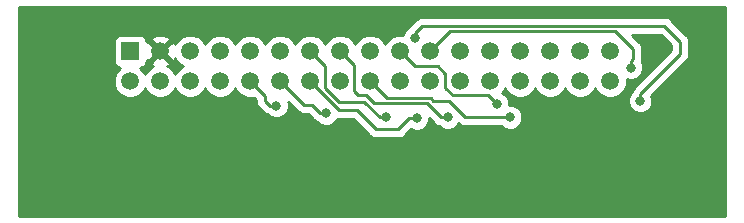
<source format=gbl>
G04 #@! TF.GenerationSoftware,KiCad,Pcbnew,5.0.2+dfsg1-1*
G04 #@! TF.CreationDate,2020-10-11T22:03:41+02:00*
G04 #@! TF.ProjectId,KBD_ADAPTER_XE,4b42445f-4144-4415-9054-45525f58452e,1.0*
G04 #@! TF.SameCoordinates,Original*
G04 #@! TF.FileFunction,Copper,L2,Bot*
G04 #@! TF.FilePolarity,Positive*
%FSLAX46Y46*%
G04 Gerber Fmt 4.6, Leading zero omitted, Abs format (unit mm)*
G04 Created by KiCad (PCBNEW 5.0.2+dfsg1-1) date Sun 11 Oct 2020 10:03:41 PM CEST*
%MOMM*%
%LPD*%
G01*
G04 APERTURE LIST*
G04 #@! TA.AperFunction,ComponentPad*
%ADD10R,1.520000X1.520000*%
G04 #@! TD*
G04 #@! TA.AperFunction,ComponentPad*
%ADD11C,1.520000*%
G04 #@! TD*
G04 #@! TA.AperFunction,ViaPad*
%ADD12C,0.800000*%
G04 #@! TD*
G04 #@! TA.AperFunction,Conductor*
%ADD13C,0.250000*%
G04 #@! TD*
G04 #@! TA.AperFunction,Conductor*
%ADD14C,0.254000*%
G04 #@! TD*
G04 APERTURE END LIST*
D10*
G04 #@! TO.P,J2,1*
G04 #@! TO.N,VCC*
X123524000Y-97912000D03*
D11*
G04 #@! TO.P,J2,2*
G04 #@! TO.N,J_LED*
X123524000Y-100452000D03*
G04 #@! TO.P,J2,3*
G04 #@! TO.N,GND*
X126064000Y-97912000D03*
G04 #@! TO.P,J2,4*
G04 #@! TO.N,IN_6*
X126064000Y-100452000D03*
G04 #@! TO.P,J2,5*
G04 #@! TO.N,OUT_3*
X128604000Y-97912000D03*
G04 #@! TO.P,J2,6*
G04 #@! TO.N,OUT_5*
X128604000Y-100452000D03*
G04 #@! TO.P,J2,7*
G04 #@! TO.N,OUT_7*
X131144000Y-97912000D03*
G04 #@! TO.P,J2,8*
G04 #@! TO.N,IN_2*
X131144000Y-100452000D03*
G04 #@! TO.P,J2,9*
G04 #@! TO.N,IN_7*
X133684000Y-97912000D03*
G04 #@! TO.P,J2,10*
G04 #@! TO.N,IN_5*
X133684000Y-100452000D03*
G04 #@! TO.P,J2,11*
G04 #@! TO.N,IN_1*
X136224000Y-97912000D03*
G04 #@! TO.P,J2,12*
G04 #@! TO.N,OUT_6*
X136224000Y-100452000D03*
G04 #@! TO.P,J2,13*
G04 #@! TO.N,OUT_1*
X138764000Y-97912000D03*
G04 #@! TO.P,J2,14*
G04 #@! TO.N,OUT_4*
X138764000Y-100452000D03*
G04 #@! TO.P,J2,15*
G04 #@! TO.N,OUT_2*
X141304000Y-97912000D03*
G04 #@! TO.P,J2,16*
G04 #@! TO.N,IN_3*
X141304000Y-100452000D03*
G04 #@! TO.P,J2,17*
G04 #@! TO.N,IN_0*
X143844000Y-97912000D03*
G04 #@! TO.P,J2,18*
G04 #@! TO.N,OUT_0*
X143844000Y-100452000D03*
G04 #@! TO.P,J2,19*
G04 #@! TO.N,IN_4*
X146384000Y-97912000D03*
G04 #@! TO.P,J2,20*
G04 #@! TO.N,RSC*
X146384000Y-100452000D03*
G04 #@! TO.P,J2,21*
G04 #@! TO.N,START*
X148924000Y-97912000D03*
G04 #@! TO.P,J2,22*
G04 #@! TO.N,SELECT*
X148924000Y-100452000D03*
G04 #@! TO.P,J2,23*
G04 #@! TO.N,OPTION*
X151464000Y-97912000D03*
G04 #@! TO.P,J2,24*
G04 #@! TO.N,RESET*
X151464000Y-100452000D03*
G04 #@! TO.P,J2,25*
G04 #@! TO.N,Net-(J2-Pad25)*
X154004000Y-97912000D03*
G04 #@! TO.P,J2,26*
G04 #@! TO.N,Net-(J2-Pad26)*
X154004000Y-100452000D03*
G04 #@! TO.P,J2,27*
G04 #@! TO.N,Net-(J2-Pad27)*
X156544000Y-97912000D03*
G04 #@! TO.P,J2,28*
G04 #@! TO.N,Net-(J2-Pad28)*
X156544000Y-100452000D03*
G04 #@! TO.P,J2,29*
G04 #@! TO.N,Net-(J2-Pad29)*
X159084000Y-97912000D03*
G04 #@! TO.P,J2,30*
G04 #@! TO.N,Net-(J2-Pad30)*
X159084000Y-100452000D03*
G04 #@! TO.P,J2,31*
G04 #@! TO.N,Net-(J2-Pad31)*
X161624000Y-97912000D03*
G04 #@! TO.P,J2,32*
G04 #@! TO.N,Net-(J2-Pad32)*
X161624000Y-100452000D03*
G04 #@! TO.P,J2,33*
G04 #@! TO.N,Net-(J2-Pad33)*
X164164000Y-97912000D03*
G04 #@! TO.P,J2,34*
G04 #@! TO.N,Net-(J2-Pad34)*
X164164000Y-100452000D03*
G04 #@! TD*
D12*
G04 #@! TO.N,IN_5*
X135900000Y-102514999D03*
G04 #@! TO.N,OUT_6*
X140125153Y-103174847D03*
G04 #@! TO.N,OUT_1*
X145200000Y-103500000D03*
G04 #@! TO.N,OUT_4*
X147800000Y-103600000D03*
G04 #@! TO.N,OUT_2*
X150400000Y-103500000D03*
G04 #@! TO.N,OUT_0*
X155700000Y-103500000D03*
G04 #@! TO.N,IN_4*
X154600000Y-102400000D03*
G04 #@! TO.N,START*
X165900000Y-99300000D03*
G04 #@! TO.N,SELECT*
X166700000Y-102100000D03*
X147600000Y-96800000D03*
G04 #@! TD*
D13*
G04 #@! TO.N,IN_5*
X135334315Y-102514999D02*
X134919316Y-102100000D01*
X135900000Y-102514999D02*
X135334315Y-102514999D01*
X134919316Y-101687316D02*
X133684000Y-100452000D01*
X134919316Y-102100000D02*
X134919316Y-101687316D01*
G04 #@! TO.N,OUT_6*
X139559468Y-103174847D02*
X138884621Y-102500000D01*
X140125153Y-103174847D02*
X139559468Y-103174847D01*
X138272000Y-102500000D02*
X136224000Y-100452000D01*
X138884621Y-102500000D02*
X138272000Y-102500000D01*
G04 #@! TO.N,OUT_1*
X144634315Y-103500000D02*
X143334315Y-102200000D01*
X145200000Y-103500000D02*
X144634315Y-103500000D01*
X143334315Y-102200000D02*
X141200000Y-102200000D01*
X141200000Y-102200000D02*
X140000000Y-101000000D01*
X140000000Y-99148000D02*
X138764000Y-97912000D01*
X140000000Y-101000000D02*
X140000000Y-99148000D01*
G04 #@! TO.N,OUT_4*
X147800000Y-103600000D02*
X147100000Y-103600000D01*
X147100000Y-103600000D02*
X146200000Y-104500000D01*
X146200000Y-104500000D02*
X144300000Y-104500000D01*
X144300000Y-104500000D02*
X142700000Y-102900000D01*
X141212000Y-102900000D02*
X138764000Y-100452000D01*
X142700000Y-102900000D02*
X141212000Y-102900000D01*
G04 #@! TO.N,OUT_2*
X149834315Y-103500000D02*
X148634315Y-102300000D01*
X150400000Y-103500000D02*
X149834315Y-103500000D01*
X148634315Y-102300000D02*
X144200000Y-102300000D01*
X144200000Y-102300000D02*
X143500000Y-101600000D01*
X143500000Y-101600000D02*
X142800000Y-101600000D01*
X142800000Y-101600000D02*
X142500000Y-101300000D01*
X142500000Y-99108000D02*
X141304000Y-97912000D01*
X142500000Y-101300000D02*
X142500000Y-99108000D01*
G04 #@! TO.N,OUT_0*
X155700000Y-103500000D02*
X151900000Y-103500000D01*
X151900000Y-103500000D02*
X150500000Y-102100000D01*
X150500000Y-102100000D02*
X149200000Y-102100000D01*
X144603999Y-101211999D02*
X143844000Y-100452000D01*
X145241990Y-101849990D02*
X144603999Y-101211999D01*
X148949990Y-101849990D02*
X145241990Y-101849990D01*
X149200000Y-102100000D02*
X148949990Y-101849990D01*
G04 #@! TO.N,IN_4*
X153849991Y-101649991D02*
X150849991Y-101649991D01*
X154600000Y-102400000D02*
X153849991Y-101649991D01*
X150849991Y-101649991D02*
X150200000Y-101000000D01*
X150200000Y-101000000D02*
X150200000Y-99800000D01*
X150200000Y-99800000D02*
X149600000Y-99200000D01*
X147672000Y-99200000D02*
X146384000Y-97912000D01*
X149600000Y-99200000D02*
X147672000Y-99200000D01*
G04 #@! TO.N,START*
X165900000Y-98734315D02*
X166100000Y-98534315D01*
X165900000Y-99300000D02*
X165900000Y-98734315D01*
X166100000Y-98534315D02*
X166100000Y-97700000D01*
X166100000Y-97700000D02*
X164600000Y-96200000D01*
X150636000Y-96200000D02*
X148924000Y-97912000D01*
X164600000Y-96200000D02*
X150636000Y-96200000D01*
G04 #@! TO.N,SELECT*
X166700000Y-101534315D02*
X170100000Y-98134315D01*
X166700000Y-102100000D02*
X166700000Y-101534315D01*
X170100000Y-98134315D02*
X170100000Y-97100000D01*
X168749990Y-95749990D02*
X148249990Y-95749990D01*
X170100000Y-97100000D02*
X168749990Y-95749990D01*
X148249990Y-95749990D02*
X147600000Y-96399980D01*
X147600000Y-96399980D02*
X147600000Y-96800000D01*
G04 #@! TD*
D14*
G04 #@! TO.N,GND*
G36*
X173873000Y-111873000D02*
X114127000Y-111873000D01*
X114127000Y-97152000D01*
X122116560Y-97152000D01*
X122116560Y-98672000D01*
X122165843Y-98919765D01*
X122306191Y-99129809D01*
X122516235Y-99270157D01*
X122697049Y-99306123D01*
X122341376Y-99661796D01*
X122129000Y-100174517D01*
X122129000Y-100729483D01*
X122341376Y-101242204D01*
X122733796Y-101634624D01*
X123246517Y-101847000D01*
X123801483Y-101847000D01*
X124314204Y-101634624D01*
X124706624Y-101242204D01*
X124794000Y-101031260D01*
X124881376Y-101242204D01*
X125273796Y-101634624D01*
X125786517Y-101847000D01*
X126341483Y-101847000D01*
X126854204Y-101634624D01*
X127246624Y-101242204D01*
X127334000Y-101031260D01*
X127421376Y-101242204D01*
X127813796Y-101634624D01*
X128326517Y-101847000D01*
X128881483Y-101847000D01*
X129394204Y-101634624D01*
X129786624Y-101242204D01*
X129874000Y-101031260D01*
X129961376Y-101242204D01*
X130353796Y-101634624D01*
X130866517Y-101847000D01*
X131421483Y-101847000D01*
X131934204Y-101634624D01*
X132326624Y-101242204D01*
X132414000Y-101031260D01*
X132501376Y-101242204D01*
X132893796Y-101634624D01*
X133406517Y-101847000D01*
X133961483Y-101847000D01*
X133991687Y-101834489D01*
X134159316Y-102002118D01*
X134159316Y-102025153D01*
X134144428Y-102100000D01*
X134159316Y-102174847D01*
X134159316Y-102174851D01*
X134203412Y-102396536D01*
X134371387Y-102647929D01*
X134434846Y-102690331D01*
X134743984Y-102999469D01*
X134786386Y-103062928D01*
X135037778Y-103230903D01*
X135180603Y-103259313D01*
X135313720Y-103392430D01*
X135694126Y-103549999D01*
X136105874Y-103549999D01*
X136486280Y-103392430D01*
X136777431Y-103101279D01*
X136935000Y-102720873D01*
X136935000Y-102309125D01*
X136884567Y-102187369D01*
X137681673Y-102984476D01*
X137724071Y-103047929D01*
X137787524Y-103090327D01*
X137787526Y-103090329D01*
X137912902Y-103174102D01*
X137975463Y-103215904D01*
X138197148Y-103260000D01*
X138197152Y-103260000D01*
X138271999Y-103274888D01*
X138346846Y-103260000D01*
X138569820Y-103260000D01*
X138969139Y-103659320D01*
X139011539Y-103722776D01*
X139074995Y-103765176D01*
X139262930Y-103890751D01*
X139292019Y-103896537D01*
X139405756Y-103919161D01*
X139538873Y-104052278D01*
X139919279Y-104209847D01*
X140331027Y-104209847D01*
X140711433Y-104052278D01*
X141002584Y-103761127D01*
X141051527Y-103642969D01*
X141137148Y-103660000D01*
X141137152Y-103660000D01*
X141212000Y-103674888D01*
X141286848Y-103660000D01*
X142385199Y-103660000D01*
X143709671Y-104984473D01*
X143752071Y-105047929D01*
X143815527Y-105090329D01*
X144003462Y-105215904D01*
X144051605Y-105225480D01*
X144225148Y-105260000D01*
X144225152Y-105260000D01*
X144300000Y-105274888D01*
X144374848Y-105260000D01*
X146125153Y-105260000D01*
X146200000Y-105274888D01*
X146274847Y-105260000D01*
X146274852Y-105260000D01*
X146496537Y-105215904D01*
X146747929Y-105047929D01*
X146790331Y-104984470D01*
X147272870Y-104501932D01*
X147594126Y-104635000D01*
X148005874Y-104635000D01*
X148386280Y-104477431D01*
X148677431Y-104186280D01*
X148835000Y-103805874D01*
X148835000Y-103575487D01*
X149243986Y-103984473D01*
X149286386Y-104047929D01*
X149537778Y-104215904D01*
X149680603Y-104244314D01*
X149813720Y-104377431D01*
X150194126Y-104535000D01*
X150605874Y-104535000D01*
X150986280Y-104377431D01*
X151277431Y-104086280D01*
X151315801Y-103993647D01*
X151352071Y-104047929D01*
X151603463Y-104215904D01*
X151825148Y-104260000D01*
X151825153Y-104260000D01*
X151900000Y-104274888D01*
X151974847Y-104260000D01*
X154996289Y-104260000D01*
X155113720Y-104377431D01*
X155494126Y-104535000D01*
X155905874Y-104535000D01*
X156286280Y-104377431D01*
X156577431Y-104086280D01*
X156735000Y-103705874D01*
X156735000Y-103294126D01*
X156577431Y-102913720D01*
X156286280Y-102622569D01*
X155905874Y-102465000D01*
X155635000Y-102465000D01*
X155635000Y-102194126D01*
X155477431Y-101813720D01*
X155186280Y-101522569D01*
X154988275Y-101440553D01*
X155186624Y-101242204D01*
X155274000Y-101031260D01*
X155361376Y-101242204D01*
X155753796Y-101634624D01*
X156266517Y-101847000D01*
X156821483Y-101847000D01*
X157334204Y-101634624D01*
X157726624Y-101242204D01*
X157814000Y-101031260D01*
X157901376Y-101242204D01*
X158293796Y-101634624D01*
X158806517Y-101847000D01*
X159361483Y-101847000D01*
X159874204Y-101634624D01*
X160266624Y-101242204D01*
X160354000Y-101031260D01*
X160441376Y-101242204D01*
X160833796Y-101634624D01*
X161346517Y-101847000D01*
X161901483Y-101847000D01*
X162414204Y-101634624D01*
X162806624Y-101242204D01*
X162894000Y-101031260D01*
X162981376Y-101242204D01*
X163373796Y-101634624D01*
X163886517Y-101847000D01*
X164441483Y-101847000D01*
X164954204Y-101634624D01*
X165346624Y-101242204D01*
X165559000Y-100729483D01*
X165559000Y-100279029D01*
X165694126Y-100335000D01*
X166105874Y-100335000D01*
X166486280Y-100177431D01*
X166777431Y-99886280D01*
X166935000Y-99505874D01*
X166935000Y-99094126D01*
X166819163Y-98814469D01*
X166860000Y-98609167D01*
X166860000Y-98609163D01*
X166874888Y-98534315D01*
X166860000Y-98459467D01*
X166860000Y-97774846D01*
X166874888Y-97699999D01*
X166860000Y-97625152D01*
X166860000Y-97625148D01*
X166815904Y-97403463D01*
X166761252Y-97321671D01*
X166690329Y-97215526D01*
X166690327Y-97215524D01*
X166647929Y-97152071D01*
X166584476Y-97109673D01*
X165984792Y-96509990D01*
X168435189Y-96509990D01*
X169340001Y-97414803D01*
X169340000Y-97819513D01*
X166215528Y-100943986D01*
X166152072Y-100986386D01*
X165984096Y-101237778D01*
X165955686Y-101380603D01*
X165822569Y-101513720D01*
X165665000Y-101894126D01*
X165665000Y-102305874D01*
X165822569Y-102686280D01*
X166113720Y-102977431D01*
X166494126Y-103135000D01*
X166905874Y-103135000D01*
X167286280Y-102977431D01*
X167577431Y-102686280D01*
X167735000Y-102305874D01*
X167735000Y-101894126D01*
X167641271Y-101667845D01*
X170584473Y-98724644D01*
X170647929Y-98682244D01*
X170815904Y-98430852D01*
X170860000Y-98209167D01*
X170860000Y-98209163D01*
X170874888Y-98134316D01*
X170860000Y-98059469D01*
X170860000Y-97174846D01*
X170874888Y-97099999D01*
X170860000Y-97025152D01*
X170860000Y-97025148D01*
X170815904Y-96803463D01*
X170740931Y-96691258D01*
X170690329Y-96615526D01*
X170690327Y-96615524D01*
X170647929Y-96552071D01*
X170584476Y-96509673D01*
X169340321Y-95265520D01*
X169297919Y-95202061D01*
X169046527Y-95034086D01*
X168824842Y-94989990D01*
X168824837Y-94989990D01*
X168749990Y-94975102D01*
X168675143Y-94989990D01*
X148324838Y-94989990D01*
X148249990Y-94975102D01*
X148175142Y-94989990D01*
X148175138Y-94989990D01*
X148001595Y-95024510D01*
X147953452Y-95034086D01*
X147766408Y-95159066D01*
X147702061Y-95202061D01*
X147659661Y-95265517D01*
X147115530Y-95809649D01*
X147052071Y-95852051D01*
X146987298Y-95948991D01*
X146722569Y-96213720D01*
X146596947Y-96517000D01*
X146106517Y-96517000D01*
X145593796Y-96729376D01*
X145201376Y-97121796D01*
X145114000Y-97332740D01*
X145026624Y-97121796D01*
X144634204Y-96729376D01*
X144121483Y-96517000D01*
X143566517Y-96517000D01*
X143053796Y-96729376D01*
X142661376Y-97121796D01*
X142574000Y-97332740D01*
X142486624Y-97121796D01*
X142094204Y-96729376D01*
X141581483Y-96517000D01*
X141026517Y-96517000D01*
X140513796Y-96729376D01*
X140121376Y-97121796D01*
X140034000Y-97332740D01*
X139946624Y-97121796D01*
X139554204Y-96729376D01*
X139041483Y-96517000D01*
X138486517Y-96517000D01*
X137973796Y-96729376D01*
X137581376Y-97121796D01*
X137494000Y-97332740D01*
X137406624Y-97121796D01*
X137014204Y-96729376D01*
X136501483Y-96517000D01*
X135946517Y-96517000D01*
X135433796Y-96729376D01*
X135041376Y-97121796D01*
X134954000Y-97332740D01*
X134866624Y-97121796D01*
X134474204Y-96729376D01*
X133961483Y-96517000D01*
X133406517Y-96517000D01*
X132893796Y-96729376D01*
X132501376Y-97121796D01*
X132414000Y-97332740D01*
X132326624Y-97121796D01*
X131934204Y-96729376D01*
X131421483Y-96517000D01*
X130866517Y-96517000D01*
X130353796Y-96729376D01*
X129961376Y-97121796D01*
X129874000Y-97332740D01*
X129786624Y-97121796D01*
X129394204Y-96729376D01*
X128881483Y-96517000D01*
X128326517Y-96517000D01*
X127813796Y-96729376D01*
X127421376Y-97121796D01*
X127340578Y-97316859D01*
X127284742Y-97182059D01*
X127042764Y-97112841D01*
X126243605Y-97912000D01*
X127042764Y-98711159D01*
X127284742Y-98641941D01*
X127336406Y-98497069D01*
X127421376Y-98702204D01*
X127813796Y-99094624D01*
X128024740Y-99182000D01*
X127813796Y-99269376D01*
X127421376Y-99661796D01*
X127334000Y-99872740D01*
X127246624Y-99661796D01*
X126854204Y-99269376D01*
X126659141Y-99188578D01*
X126793941Y-99132742D01*
X126863159Y-98890764D01*
X126064000Y-98091605D01*
X125264841Y-98890764D01*
X125334059Y-99132742D01*
X125478931Y-99184406D01*
X125273796Y-99269376D01*
X124881376Y-99661796D01*
X124794000Y-99872740D01*
X124706624Y-99661796D01*
X124350951Y-99306123D01*
X124531765Y-99270157D01*
X124741809Y-99129809D01*
X124882157Y-98919765D01*
X124931440Y-98672000D01*
X124931440Y-98667166D01*
X125085236Y-98711159D01*
X125884395Y-97912000D01*
X125085236Y-97112841D01*
X124931440Y-97156834D01*
X124931440Y-97152000D01*
X124887926Y-96933236D01*
X125264841Y-96933236D01*
X126064000Y-97732395D01*
X126863159Y-96933236D01*
X126793941Y-96691258D01*
X126271220Y-96504845D01*
X125716951Y-96532659D01*
X125334059Y-96691258D01*
X125264841Y-96933236D01*
X124887926Y-96933236D01*
X124882157Y-96904235D01*
X124741809Y-96694191D01*
X124531765Y-96553843D01*
X124284000Y-96504560D01*
X122764000Y-96504560D01*
X122516235Y-96553843D01*
X122306191Y-96694191D01*
X122165843Y-96904235D01*
X122116560Y-97152000D01*
X114127000Y-97152000D01*
X114127000Y-94127000D01*
X173873000Y-94127000D01*
X173873000Y-111873000D01*
X173873000Y-111873000D01*
G37*
X173873000Y-111873000D02*
X114127000Y-111873000D01*
X114127000Y-97152000D01*
X122116560Y-97152000D01*
X122116560Y-98672000D01*
X122165843Y-98919765D01*
X122306191Y-99129809D01*
X122516235Y-99270157D01*
X122697049Y-99306123D01*
X122341376Y-99661796D01*
X122129000Y-100174517D01*
X122129000Y-100729483D01*
X122341376Y-101242204D01*
X122733796Y-101634624D01*
X123246517Y-101847000D01*
X123801483Y-101847000D01*
X124314204Y-101634624D01*
X124706624Y-101242204D01*
X124794000Y-101031260D01*
X124881376Y-101242204D01*
X125273796Y-101634624D01*
X125786517Y-101847000D01*
X126341483Y-101847000D01*
X126854204Y-101634624D01*
X127246624Y-101242204D01*
X127334000Y-101031260D01*
X127421376Y-101242204D01*
X127813796Y-101634624D01*
X128326517Y-101847000D01*
X128881483Y-101847000D01*
X129394204Y-101634624D01*
X129786624Y-101242204D01*
X129874000Y-101031260D01*
X129961376Y-101242204D01*
X130353796Y-101634624D01*
X130866517Y-101847000D01*
X131421483Y-101847000D01*
X131934204Y-101634624D01*
X132326624Y-101242204D01*
X132414000Y-101031260D01*
X132501376Y-101242204D01*
X132893796Y-101634624D01*
X133406517Y-101847000D01*
X133961483Y-101847000D01*
X133991687Y-101834489D01*
X134159316Y-102002118D01*
X134159316Y-102025153D01*
X134144428Y-102100000D01*
X134159316Y-102174847D01*
X134159316Y-102174851D01*
X134203412Y-102396536D01*
X134371387Y-102647929D01*
X134434846Y-102690331D01*
X134743984Y-102999469D01*
X134786386Y-103062928D01*
X135037778Y-103230903D01*
X135180603Y-103259313D01*
X135313720Y-103392430D01*
X135694126Y-103549999D01*
X136105874Y-103549999D01*
X136486280Y-103392430D01*
X136777431Y-103101279D01*
X136935000Y-102720873D01*
X136935000Y-102309125D01*
X136884567Y-102187369D01*
X137681673Y-102984476D01*
X137724071Y-103047929D01*
X137787524Y-103090327D01*
X137787526Y-103090329D01*
X137912902Y-103174102D01*
X137975463Y-103215904D01*
X138197148Y-103260000D01*
X138197152Y-103260000D01*
X138271999Y-103274888D01*
X138346846Y-103260000D01*
X138569820Y-103260000D01*
X138969139Y-103659320D01*
X139011539Y-103722776D01*
X139074995Y-103765176D01*
X139262930Y-103890751D01*
X139292019Y-103896537D01*
X139405756Y-103919161D01*
X139538873Y-104052278D01*
X139919279Y-104209847D01*
X140331027Y-104209847D01*
X140711433Y-104052278D01*
X141002584Y-103761127D01*
X141051527Y-103642969D01*
X141137148Y-103660000D01*
X141137152Y-103660000D01*
X141212000Y-103674888D01*
X141286848Y-103660000D01*
X142385199Y-103660000D01*
X143709671Y-104984473D01*
X143752071Y-105047929D01*
X143815527Y-105090329D01*
X144003462Y-105215904D01*
X144051605Y-105225480D01*
X144225148Y-105260000D01*
X144225152Y-105260000D01*
X144300000Y-105274888D01*
X144374848Y-105260000D01*
X146125153Y-105260000D01*
X146200000Y-105274888D01*
X146274847Y-105260000D01*
X146274852Y-105260000D01*
X146496537Y-105215904D01*
X146747929Y-105047929D01*
X146790331Y-104984470D01*
X147272870Y-104501932D01*
X147594126Y-104635000D01*
X148005874Y-104635000D01*
X148386280Y-104477431D01*
X148677431Y-104186280D01*
X148835000Y-103805874D01*
X148835000Y-103575487D01*
X149243986Y-103984473D01*
X149286386Y-104047929D01*
X149537778Y-104215904D01*
X149680603Y-104244314D01*
X149813720Y-104377431D01*
X150194126Y-104535000D01*
X150605874Y-104535000D01*
X150986280Y-104377431D01*
X151277431Y-104086280D01*
X151315801Y-103993647D01*
X151352071Y-104047929D01*
X151603463Y-104215904D01*
X151825148Y-104260000D01*
X151825153Y-104260000D01*
X151900000Y-104274888D01*
X151974847Y-104260000D01*
X154996289Y-104260000D01*
X155113720Y-104377431D01*
X155494126Y-104535000D01*
X155905874Y-104535000D01*
X156286280Y-104377431D01*
X156577431Y-104086280D01*
X156735000Y-103705874D01*
X156735000Y-103294126D01*
X156577431Y-102913720D01*
X156286280Y-102622569D01*
X155905874Y-102465000D01*
X155635000Y-102465000D01*
X155635000Y-102194126D01*
X155477431Y-101813720D01*
X155186280Y-101522569D01*
X154988275Y-101440553D01*
X155186624Y-101242204D01*
X155274000Y-101031260D01*
X155361376Y-101242204D01*
X155753796Y-101634624D01*
X156266517Y-101847000D01*
X156821483Y-101847000D01*
X157334204Y-101634624D01*
X157726624Y-101242204D01*
X157814000Y-101031260D01*
X157901376Y-101242204D01*
X158293796Y-101634624D01*
X158806517Y-101847000D01*
X159361483Y-101847000D01*
X159874204Y-101634624D01*
X160266624Y-101242204D01*
X160354000Y-101031260D01*
X160441376Y-101242204D01*
X160833796Y-101634624D01*
X161346517Y-101847000D01*
X161901483Y-101847000D01*
X162414204Y-101634624D01*
X162806624Y-101242204D01*
X162894000Y-101031260D01*
X162981376Y-101242204D01*
X163373796Y-101634624D01*
X163886517Y-101847000D01*
X164441483Y-101847000D01*
X164954204Y-101634624D01*
X165346624Y-101242204D01*
X165559000Y-100729483D01*
X165559000Y-100279029D01*
X165694126Y-100335000D01*
X166105874Y-100335000D01*
X166486280Y-100177431D01*
X166777431Y-99886280D01*
X166935000Y-99505874D01*
X166935000Y-99094126D01*
X166819163Y-98814469D01*
X166860000Y-98609167D01*
X166860000Y-98609163D01*
X166874888Y-98534315D01*
X166860000Y-98459467D01*
X166860000Y-97774846D01*
X166874888Y-97699999D01*
X166860000Y-97625152D01*
X166860000Y-97625148D01*
X166815904Y-97403463D01*
X166761252Y-97321671D01*
X166690329Y-97215526D01*
X166690327Y-97215524D01*
X166647929Y-97152071D01*
X166584476Y-97109673D01*
X165984792Y-96509990D01*
X168435189Y-96509990D01*
X169340001Y-97414803D01*
X169340000Y-97819513D01*
X166215528Y-100943986D01*
X166152072Y-100986386D01*
X165984096Y-101237778D01*
X165955686Y-101380603D01*
X165822569Y-101513720D01*
X165665000Y-101894126D01*
X165665000Y-102305874D01*
X165822569Y-102686280D01*
X166113720Y-102977431D01*
X166494126Y-103135000D01*
X166905874Y-103135000D01*
X167286280Y-102977431D01*
X167577431Y-102686280D01*
X167735000Y-102305874D01*
X167735000Y-101894126D01*
X167641271Y-101667845D01*
X170584473Y-98724644D01*
X170647929Y-98682244D01*
X170815904Y-98430852D01*
X170860000Y-98209167D01*
X170860000Y-98209163D01*
X170874888Y-98134316D01*
X170860000Y-98059469D01*
X170860000Y-97174846D01*
X170874888Y-97099999D01*
X170860000Y-97025152D01*
X170860000Y-97025148D01*
X170815904Y-96803463D01*
X170740931Y-96691258D01*
X170690329Y-96615526D01*
X170690327Y-96615524D01*
X170647929Y-96552071D01*
X170584476Y-96509673D01*
X169340321Y-95265520D01*
X169297919Y-95202061D01*
X169046527Y-95034086D01*
X168824842Y-94989990D01*
X168824837Y-94989990D01*
X168749990Y-94975102D01*
X168675143Y-94989990D01*
X148324838Y-94989990D01*
X148249990Y-94975102D01*
X148175142Y-94989990D01*
X148175138Y-94989990D01*
X148001595Y-95024510D01*
X147953452Y-95034086D01*
X147766408Y-95159066D01*
X147702061Y-95202061D01*
X147659661Y-95265517D01*
X147115530Y-95809649D01*
X147052071Y-95852051D01*
X146987298Y-95948991D01*
X146722569Y-96213720D01*
X146596947Y-96517000D01*
X146106517Y-96517000D01*
X145593796Y-96729376D01*
X145201376Y-97121796D01*
X145114000Y-97332740D01*
X145026624Y-97121796D01*
X144634204Y-96729376D01*
X144121483Y-96517000D01*
X143566517Y-96517000D01*
X143053796Y-96729376D01*
X142661376Y-97121796D01*
X142574000Y-97332740D01*
X142486624Y-97121796D01*
X142094204Y-96729376D01*
X141581483Y-96517000D01*
X141026517Y-96517000D01*
X140513796Y-96729376D01*
X140121376Y-97121796D01*
X140034000Y-97332740D01*
X139946624Y-97121796D01*
X139554204Y-96729376D01*
X139041483Y-96517000D01*
X138486517Y-96517000D01*
X137973796Y-96729376D01*
X137581376Y-97121796D01*
X137494000Y-97332740D01*
X137406624Y-97121796D01*
X137014204Y-96729376D01*
X136501483Y-96517000D01*
X135946517Y-96517000D01*
X135433796Y-96729376D01*
X135041376Y-97121796D01*
X134954000Y-97332740D01*
X134866624Y-97121796D01*
X134474204Y-96729376D01*
X133961483Y-96517000D01*
X133406517Y-96517000D01*
X132893796Y-96729376D01*
X132501376Y-97121796D01*
X132414000Y-97332740D01*
X132326624Y-97121796D01*
X131934204Y-96729376D01*
X131421483Y-96517000D01*
X130866517Y-96517000D01*
X130353796Y-96729376D01*
X129961376Y-97121796D01*
X129874000Y-97332740D01*
X129786624Y-97121796D01*
X129394204Y-96729376D01*
X128881483Y-96517000D01*
X128326517Y-96517000D01*
X127813796Y-96729376D01*
X127421376Y-97121796D01*
X127340578Y-97316859D01*
X127284742Y-97182059D01*
X127042764Y-97112841D01*
X126243605Y-97912000D01*
X127042764Y-98711159D01*
X127284742Y-98641941D01*
X127336406Y-98497069D01*
X127421376Y-98702204D01*
X127813796Y-99094624D01*
X128024740Y-99182000D01*
X127813796Y-99269376D01*
X127421376Y-99661796D01*
X127334000Y-99872740D01*
X127246624Y-99661796D01*
X126854204Y-99269376D01*
X126659141Y-99188578D01*
X126793941Y-99132742D01*
X126863159Y-98890764D01*
X126064000Y-98091605D01*
X125264841Y-98890764D01*
X125334059Y-99132742D01*
X125478931Y-99184406D01*
X125273796Y-99269376D01*
X124881376Y-99661796D01*
X124794000Y-99872740D01*
X124706624Y-99661796D01*
X124350951Y-99306123D01*
X124531765Y-99270157D01*
X124741809Y-99129809D01*
X124882157Y-98919765D01*
X124931440Y-98672000D01*
X124931440Y-98667166D01*
X125085236Y-98711159D01*
X125884395Y-97912000D01*
X125085236Y-97112841D01*
X124931440Y-97156834D01*
X124931440Y-97152000D01*
X124887926Y-96933236D01*
X125264841Y-96933236D01*
X126064000Y-97732395D01*
X126863159Y-96933236D01*
X126793941Y-96691258D01*
X126271220Y-96504845D01*
X125716951Y-96532659D01*
X125334059Y-96691258D01*
X125264841Y-96933236D01*
X124887926Y-96933236D01*
X124882157Y-96904235D01*
X124741809Y-96694191D01*
X124531765Y-96553843D01*
X124284000Y-96504560D01*
X122764000Y-96504560D01*
X122516235Y-96553843D01*
X122306191Y-96694191D01*
X122165843Y-96904235D01*
X122116560Y-97152000D01*
X114127000Y-97152000D01*
X114127000Y-94127000D01*
X173873000Y-94127000D01*
X173873000Y-111873000D01*
G04 #@! TD*
M02*

</source>
